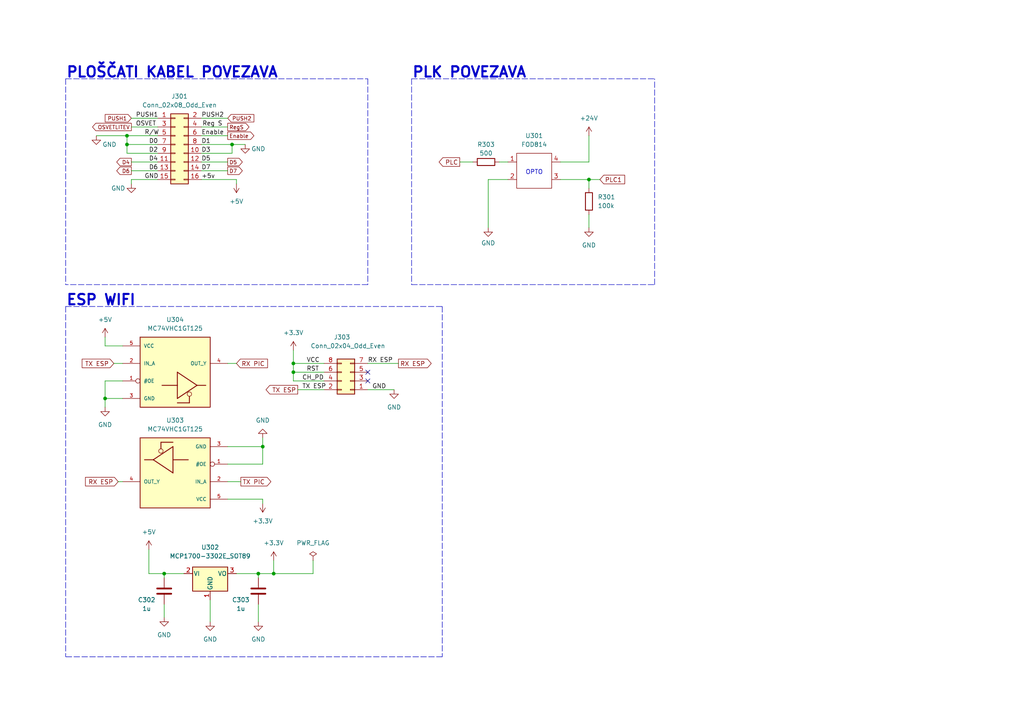
<source format=kicad_sch>
(kicad_sch (version 20211123) (generator eeschema)

  (uuid 0045610d-488e-436e-a512-22713679feac)

  (paper "A4")

  (title_block
    (title "RayCap Ventilacija")
    (date "2022-12-22")
    (rev "Ver 1")
    (company "Hidria")
  )

  (lib_symbols
    (symbol "Connector_Generic:Conn_02x04_Odd_Even" (pin_names (offset 1.016) hide) (in_bom yes) (on_board yes)
      (property "Reference" "J" (id 0) (at 1.27 5.08 0)
        (effects (font (size 1.27 1.27)))
      )
      (property "Value" "Conn_02x04_Odd_Even" (id 1) (at 1.27 -7.62 0)
        (effects (font (size 1.27 1.27)))
      )
      (property "Footprint" "" (id 2) (at 0 0 0)
        (effects (font (size 1.27 1.27)) hide)
      )
      (property "Datasheet" "~" (id 3) (at 0 0 0)
        (effects (font (size 1.27 1.27)) hide)
      )
      (property "ki_keywords" "connector" (id 4) (at 0 0 0)
        (effects (font (size 1.27 1.27)) hide)
      )
      (property "ki_description" "Generic connector, double row, 02x04, odd/even pin numbering scheme (row 1 odd numbers, row 2 even numbers), script generated (kicad-library-utils/schlib/autogen/connector/)" (id 5) (at 0 0 0)
        (effects (font (size 1.27 1.27)) hide)
      )
      (property "ki_fp_filters" "Connector*:*_2x??_*" (id 6) (at 0 0 0)
        (effects (font (size 1.27 1.27)) hide)
      )
      (symbol "Conn_02x04_Odd_Even_1_1"
        (rectangle (start -1.27 -4.953) (end 0 -5.207)
          (stroke (width 0.1524) (type default) (color 0 0 0 0))
          (fill (type none))
        )
        (rectangle (start -1.27 -2.413) (end 0 -2.667)
          (stroke (width 0.1524) (type default) (color 0 0 0 0))
          (fill (type none))
        )
        (rectangle (start -1.27 0.127) (end 0 -0.127)
          (stroke (width 0.1524) (type default) (color 0 0 0 0))
          (fill (type none))
        )
        (rectangle (start -1.27 2.667) (end 0 2.413)
          (stroke (width 0.1524) (type default) (color 0 0 0 0))
          (fill (type none))
        )
        (rectangle (start -1.27 3.81) (end 3.81 -6.35)
          (stroke (width 0.254) (type default) (color 0 0 0 0))
          (fill (type background))
        )
        (rectangle (start 3.81 -4.953) (end 2.54 -5.207)
          (stroke (width 0.1524) (type default) (color 0 0 0 0))
          (fill (type none))
        )
        (rectangle (start 3.81 -2.413) (end 2.54 -2.667)
          (stroke (width 0.1524) (type default) (color 0 0 0 0))
          (fill (type none))
        )
        (rectangle (start 3.81 0.127) (end 2.54 -0.127)
          (stroke (width 0.1524) (type default) (color 0 0 0 0))
          (fill (type none))
        )
        (rectangle (start 3.81 2.667) (end 2.54 2.413)
          (stroke (width 0.1524) (type default) (color 0 0 0 0))
          (fill (type none))
        )
        (pin passive line (at -5.08 2.54 0) (length 3.81)
          (name "Pin_1" (effects (font (size 1.27 1.27))))
          (number "1" (effects (font (size 1.27 1.27))))
        )
        (pin passive line (at 7.62 2.54 180) (length 3.81)
          (name "Pin_2" (effects (font (size 1.27 1.27))))
          (number "2" (effects (font (size 1.27 1.27))))
        )
        (pin passive line (at -5.08 0 0) (length 3.81)
          (name "Pin_3" (effects (font (size 1.27 1.27))))
          (number "3" (effects (font (size 1.27 1.27))))
        )
        (pin passive line (at 7.62 0 180) (length 3.81)
          (name "Pin_4" (effects (font (size 1.27 1.27))))
          (number "4" (effects (font (size 1.27 1.27))))
        )
        (pin passive line (at -5.08 -2.54 0) (length 3.81)
          (name "Pin_5" (effects (font (size 1.27 1.27))))
          (number "5" (effects (font (size 1.27 1.27))))
        )
        (pin passive line (at 7.62 -2.54 180) (length 3.81)
          (name "Pin_6" (effects (font (size 1.27 1.27))))
          (number "6" (effects (font (size 1.27 1.27))))
        )
        (pin passive line (at -5.08 -5.08 0) (length 3.81)
          (name "Pin_7" (effects (font (size 1.27 1.27))))
          (number "7" (effects (font (size 1.27 1.27))))
        )
        (pin passive line (at 7.62 -5.08 180) (length 3.81)
          (name "Pin_8" (effects (font (size 1.27 1.27))))
          (number "8" (effects (font (size 1.27 1.27))))
        )
      )
    )
    (symbol "Connector_Generic:Conn_02x08_Odd_Even" (pin_names (offset 1.016) hide) (in_bom yes) (on_board yes)
      (property "Reference" "J" (id 0) (at 1.27 10.16 0)
        (effects (font (size 1.27 1.27)))
      )
      (property "Value" "Conn_02x08_Odd_Even" (id 1) (at 1.27 -12.7 0)
        (effects (font (size 1.27 1.27)))
      )
      (property "Footprint" "" (id 2) (at 0 0 0)
        (effects (font (size 1.27 1.27)) hide)
      )
      (property "Datasheet" "~" (id 3) (at 0 0 0)
        (effects (font (size 1.27 1.27)) hide)
      )
      (property "ki_keywords" "connector" (id 4) (at 0 0 0)
        (effects (font (size 1.27 1.27)) hide)
      )
      (property "ki_description" "Generic connector, double row, 02x08, odd/even pin numbering scheme (row 1 odd numbers, row 2 even numbers), script generated (kicad-library-utils/schlib/autogen/connector/)" (id 5) (at 0 0 0)
        (effects (font (size 1.27 1.27)) hide)
      )
      (property "ki_fp_filters" "Connector*:*_2x??_*" (id 6) (at 0 0 0)
        (effects (font (size 1.27 1.27)) hide)
      )
      (symbol "Conn_02x08_Odd_Even_1_1"
        (rectangle (start -1.27 -10.033) (end 0 -10.287)
          (stroke (width 0.1524) (type default) (color 0 0 0 0))
          (fill (type none))
        )
        (rectangle (start -1.27 -7.493) (end 0 -7.747)
          (stroke (width 0.1524) (type default) (color 0 0 0 0))
          (fill (type none))
        )
        (rectangle (start -1.27 -4.953) (end 0 -5.207)
          (stroke (width 0.1524) (type default) (color 0 0 0 0))
          (fill (type none))
        )
        (rectangle (start -1.27 -2.413) (end 0 -2.667)
          (stroke (width 0.1524) (type default) (color 0 0 0 0))
          (fill (type none))
        )
        (rectangle (start -1.27 0.127) (end 0 -0.127)
          (stroke (width 0.1524) (type default) (color 0 0 0 0))
          (fill (type none))
        )
        (rectangle (start -1.27 2.667) (end 0 2.413)
          (stroke (width 0.1524) (type default) (color 0 0 0 0))
          (fill (type none))
        )
        (rectangle (start -1.27 5.207) (end 0 4.953)
          (stroke (width 0.1524) (type default) (color 0 0 0 0))
          (fill (type none))
        )
        (rectangle (start -1.27 7.747) (end 0 7.493)
          (stroke (width 0.1524) (type default) (color 0 0 0 0))
          (fill (type none))
        )
        (rectangle (start -1.27 8.89) (end 3.81 -11.43)
          (stroke (width 0.254) (type default) (color 0 0 0 0))
          (fill (type background))
        )
        (rectangle (start 3.81 -10.033) (end 2.54 -10.287)
          (stroke (width 0.1524) (type default) (color 0 0 0 0))
          (fill (type none))
        )
        (rectangle (start 3.81 -7.493) (end 2.54 -7.747)
          (stroke (width 0.1524) (type default) (color 0 0 0 0))
          (fill (type none))
        )
        (rectangle (start 3.81 -4.953) (end 2.54 -5.207)
          (stroke (width 0.1524) (type default) (color 0 0 0 0))
          (fill (type none))
        )
        (rectangle (start 3.81 -2.413) (end 2.54 -2.667)
          (stroke (width 0.1524) (type default) (color 0 0 0 0))
          (fill (type none))
        )
        (rectangle (start 3.81 0.127) (end 2.54 -0.127)
          (stroke (width 0.1524) (type default) (color 0 0 0 0))
          (fill (type none))
        )
        (rectangle (start 3.81 2.667) (end 2.54 2.413)
          (stroke (width 0.1524) (type default) (color 0 0 0 0))
          (fill (type none))
        )
        (rectangle (start 3.81 5.207) (end 2.54 4.953)
          (stroke (width 0.1524) (type default) (color 0 0 0 0))
          (fill (type none))
        )
        (rectangle (start 3.81 7.747) (end 2.54 7.493)
          (stroke (width 0.1524) (type default) (color 0 0 0 0))
          (fill (type none))
        )
        (pin passive line (at -5.08 7.62 0) (length 3.81)
          (name "Pin_1" (effects (font (size 1.27 1.27))))
          (number "1" (effects (font (size 1.27 1.27))))
        )
        (pin passive line (at 7.62 -2.54 180) (length 3.81)
          (name "Pin_10" (effects (font (size 1.27 1.27))))
          (number "10" (effects (font (size 1.27 1.27))))
        )
        (pin passive line (at -5.08 -5.08 0) (length 3.81)
          (name "Pin_11" (effects (font (size 1.27 1.27))))
          (number "11" (effects (font (size 1.27 1.27))))
        )
        (pin passive line (at 7.62 -5.08 180) (length 3.81)
          (name "Pin_12" (effects (font (size 1.27 1.27))))
          (number "12" (effects (font (size 1.27 1.27))))
        )
        (pin passive line (at -5.08 -7.62 0) (length 3.81)
          (name "Pin_13" (effects (font (size 1.27 1.27))))
          (number "13" (effects (font (size 1.27 1.27))))
        )
        (pin passive line (at 7.62 -7.62 180) (length 3.81)
          (name "Pin_14" (effects (font (size 1.27 1.27))))
          (number "14" (effects (font (size 1.27 1.27))))
        )
        (pin passive line (at -5.08 -10.16 0) (length 3.81)
          (name "Pin_15" (effects (font (size 1.27 1.27))))
          (number "15" (effects (font (size 1.27 1.27))))
        )
        (pin passive line (at 7.62 -10.16 180) (length 3.81)
          (name "Pin_16" (effects (font (size 1.27 1.27))))
          (number "16" (effects (font (size 1.27 1.27))))
        )
        (pin passive line (at 7.62 7.62 180) (length 3.81)
          (name "Pin_2" (effects (font (size 1.27 1.27))))
          (number "2" (effects (font (size 1.27 1.27))))
        )
        (pin passive line (at -5.08 5.08 0) (length 3.81)
          (name "Pin_3" (effects (font (size 1.27 1.27))))
          (number "3" (effects (font (size 1.27 1.27))))
        )
        (pin passive line (at 7.62 5.08 180) (length 3.81)
          (name "Pin_4" (effects (font (size 1.27 1.27))))
          (number "4" (effects (font (size 1.27 1.27))))
        )
        (pin passive line (at -5.08 2.54 0) (length 3.81)
          (name "Pin_5" (effects (font (size 1.27 1.27))))
          (number "5" (effects (font (size 1.27 1.27))))
        )
        (pin passive line (at 7.62 2.54 180) (length 3.81)
          (name "Pin_6" (effects (font (size 1.27 1.27))))
          (number "6" (effects (font (size 1.27 1.27))))
        )
        (pin passive line (at -5.08 0 0) (length 3.81)
          (name "Pin_7" (effects (font (size 1.27 1.27))))
          (number "7" (effects (font (size 1.27 1.27))))
        )
        (pin passive line (at 7.62 0 180) (length 3.81)
          (name "Pin_8" (effects (font (size 1.27 1.27))))
          (number "8" (effects (font (size 1.27 1.27))))
        )
        (pin passive line (at -5.08 -2.54 0) (length 3.81)
          (name "Pin_9" (effects (font (size 1.27 1.27))))
          (number "9" (effects (font (size 1.27 1.27))))
        )
      )
    )
    (symbol "Custom:FOD814" (in_bom yes) (on_board yes)
      (property "Reference" "U301" (id 0) (at -1.27 10.16 0)
        (effects (font (size 1.27 1.27)))
      )
      (property "Value" "FOD814" (id 1) (at -1.27 7.62 0)
        (effects (font (size 1.27 1.27)))
      )
      (property "Footprint" "KiCad:DIP762W60P254L460H440Q4N" (id 2) (at 0 -8.89 0)
        (effects (font (size 1.27 1.27)) hide)
      )
      (property "Datasheet" "" (id 3) (at 0 0 0)
        (effects (font (size 1.27 1.27)) hide)
      )
      (symbol "FOD814_0_1"
        (rectangle (start -6.35 5.08) (end 3.81 -5.08)
          (stroke (width 0) (type default) (color 0 0 0 0))
          (fill (type none))
        )
      )
      (symbol "FOD814_1_1"
        (pin input line (at -8.89 2.54 0) (length 2.54)
          (name "" (effects (font (size 1.27 1.27))))
          (number "1" (effects (font (size 1.27 1.27))))
        )
        (pin input line (at -8.89 -2.54 0) (length 2.54)
          (name "" (effects (font (size 1.27 1.27))))
          (number "2" (effects (font (size 1.27 1.27))))
        )
        (pin input line (at 6.35 -2.54 180) (length 2.54)
          (name "" (effects (font (size 1.27 1.27))))
          (number "3" (effects (font (size 1.27 1.27))))
        )
        (pin input line (at 6.35 2.54 180) (length 2.54)
          (name "" (effects (font (size 1.27 1.27))))
          (number "4" (effects (font (size 1.27 1.27))))
        )
      )
    )
    (symbol "Device:C" (pin_numbers hide) (pin_names (offset 0.254)) (in_bom yes) (on_board yes)
      (property "Reference" "C" (id 0) (at 0.635 2.54 0)
        (effects (font (size 1.27 1.27)) (justify left))
      )
      (property "Value" "C" (id 1) (at 0.635 -2.54 0)
        (effects (font (size 1.27 1.27)) (justify left))
      )
      (property "Footprint" "" (id 2) (at 0.9652 -3.81 0)
        (effects (font (size 1.27 1.27)) hide)
      )
      (property "Datasheet" "~" (id 3) (at 0 0 0)
        (effects (font (size 1.27 1.27)) hide)
      )
      (property "ki_keywords" "cap capacitor" (id 4) (at 0 0 0)
        (effects (font (size 1.27 1.27)) hide)
      )
      (property "ki_description" "Unpolarized capacitor" (id 5) (at 0 0 0)
        (effects (font (size 1.27 1.27)) hide)
      )
      (property "ki_fp_filters" "C_*" (id 6) (at 0 0 0)
        (effects (font (size 1.27 1.27)) hide)
      )
      (symbol "C_0_1"
        (polyline
          (pts
            (xy -2.032 -0.762)
            (xy 2.032 -0.762)
          )
          (stroke (width 0.508) (type default) (color 0 0 0 0))
          (fill (type none))
        )
        (polyline
          (pts
            (xy -2.032 0.762)
            (xy 2.032 0.762)
          )
          (stroke (width 0.508) (type default) (color 0 0 0 0))
          (fill (type none))
        )
      )
      (symbol "C_1_1"
        (pin passive line (at 0 3.81 270) (length 2.794)
          (name "~" (effects (font (size 1.27 1.27))))
          (number "1" (effects (font (size 1.27 1.27))))
        )
        (pin passive line (at 0 -3.81 90) (length 2.794)
          (name "~" (effects (font (size 1.27 1.27))))
          (number "2" (effects (font (size 1.27 1.27))))
        )
      )
    )
    (symbol "Device:R" (pin_numbers hide) (pin_names (offset 0)) (in_bom yes) (on_board yes)
      (property "Reference" "R" (id 0) (at 2.032 0 90)
        (effects (font (size 1.27 1.27)))
      )
      (property "Value" "R" (id 1) (at 0 0 90)
        (effects (font (size 1.27 1.27)))
      )
      (property "Footprint" "" (id 2) (at -1.778 0 90)
        (effects (font (size 1.27 1.27)) hide)
      )
      (property "Datasheet" "~" (id 3) (at 0 0 0)
        (effects (font (size 1.27 1.27)) hide)
      )
      (property "ki_keywords" "R res resistor" (id 4) (at 0 0 0)
        (effects (font (size 1.27 1.27)) hide)
      )
      (property "ki_description" "Resistor" (id 5) (at 0 0 0)
        (effects (font (size 1.27 1.27)) hide)
      )
      (property "ki_fp_filters" "R_*" (id 6) (at 0 0 0)
        (effects (font (size 1.27 1.27)) hide)
      )
      (symbol "R_0_1"
        (rectangle (start -1.016 -2.54) (end 1.016 2.54)
          (stroke (width 0.254) (type default) (color 0 0 0 0))
          (fill (type none))
        )
      )
      (symbol "R_1_1"
        (pin passive line (at 0 3.81 270) (length 1.27)
          (name "~" (effects (font (size 1.27 1.27))))
          (number "1" (effects (font (size 1.27 1.27))))
        )
        (pin passive line (at 0 -3.81 90) (length 1.27)
          (name "~" (effects (font (size 1.27 1.27))))
          (number "2" (effects (font (size 1.27 1.27))))
        )
      )
    )
    (symbol "MC74VHC1GT125:MC74VHC1GT125" (pin_names (offset 1.016)) (in_bom yes) (on_board yes)
      (property "Reference" "U" (id 0) (at -10.16 11.43 0)
        (effects (font (size 1.27 1.27)) (justify left bottom))
      )
      (property "Value" "MC74VHC1GT125" (id 1) (at -10.16 -12.7 0)
        (effects (font (size 1.27 1.27)) (justify left bottom))
      )
      (property "Footprint" "" (id 2) (at 0 0 0)
        (effects (font (size 1.27 1.27)) hide)
      )
      (property "Datasheet" "" (id 3) (at 0 0 0)
        (effects (font (size 1.27 1.27)) hide)
      )
      (symbol "MC74VHC1GT125_0_0"
        (rectangle (start -10.16 -10.16) (end 10.16 10.16)
          (stroke (width 0.254) (type default) (color 0 0 0 0))
          (fill (type background))
        )
        (polyline
          (pts
            (xy -3.81 -3.81)
            (xy 0.635 -3.81)
          )
          (stroke (width 0.254) (type default) (color 0 0 0 0))
          (fill (type none))
        )
        (polyline
          (pts
            (xy 0.635 -7.62)
            (xy 6.35 -3.81)
          )
          (stroke (width 0.254) (type default) (color 0 0 0 0))
          (fill (type none))
        )
        (polyline
          (pts
            (xy 0.635 -3.81)
            (xy 0.635 -7.62)
          )
          (stroke (width 0.254) (type default) (color 0 0 0 0))
          (fill (type none))
        )
        (polyline
          (pts
            (xy 0.635 0)
            (xy 0.635 -3.81)
          )
          (stroke (width 0.254) (type default) (color 0 0 0 0))
          (fill (type none))
        )
        (polyline
          (pts
            (xy 4.1275 -8.89)
            (xy 0.635 -8.89)
          )
          (stroke (width 0.254) (type default) (color 0 0 0 0))
          (fill (type none))
        )
        (polyline
          (pts
            (xy 4.1275 -6.985)
            (xy 4.1275 -8.89)
          )
          (stroke (width 0.254) (type default) (color 0 0 0 0))
          (fill (type none))
        )
        (polyline
          (pts
            (xy 6.35 -3.81)
            (xy 0.635 0)
          )
          (stroke (width 0.254) (type default) (color 0 0 0 0))
          (fill (type none))
        )
        (polyline
          (pts
            (xy 6.35 -3.81)
            (xy 8.89 -3.81)
          )
          (stroke (width 0.254) (type default) (color 0 0 0 0))
          (fill (type none))
        )
        (circle (center 4.1275 -6.35) (radius 0.635)
          (stroke (width 0) (type default) (color 0 0 0 0))
          (fill (type none))
        )
        (pin input inverted (at -15.24 -2.54 0) (length 5.08)
          (name "#OE" (effects (font (size 1.016 1.016))))
          (number "1" (effects (font (size 1.016 1.016))))
        )
        (pin bidirectional line (at -15.24 2.54 0) (length 5.08)
          (name "IN_A" (effects (font (size 1.016 1.016))))
          (number "2" (effects (font (size 1.016 1.016))))
        )
        (pin power_in line (at -15.24 -7.62 0) (length 5.08)
          (name "GND" (effects (font (size 1.016 1.016))))
          (number "3" (effects (font (size 1.016 1.016))))
        )
        (pin bidirectional line (at 15.24 2.54 180) (length 5.08)
          (name "OUT_Y" (effects (font (size 1.016 1.016))))
          (number "4" (effects (font (size 1.016 1.016))))
        )
        (pin power_in line (at -15.24 7.62 0) (length 5.08)
          (name "VCC" (effects (font (size 1.016 1.016))))
          (number "5" (effects (font (size 1.016 1.016))))
        )
      )
    )
    (symbol "Regulator_Linear:MCP1700-3302E_SOT89" (pin_names (offset 0.254)) (in_bom yes) (on_board yes)
      (property "Reference" "U" (id 0) (at -3.81 3.175 0)
        (effects (font (size 1.27 1.27)))
      )
      (property "Value" "MCP1700-3302E_SOT89" (id 1) (at 0 3.175 0)
        (effects (font (size 1.27 1.27)) (justify left))
      )
      (property "Footprint" "Package_TO_SOT_SMD:SOT-89-3" (id 2) (at 0 5.08 0)
        (effects (font (size 1.27 1.27)) hide)
      )
      (property "Datasheet" "http://ww1.microchip.com/downloads/en/DeviceDoc/20001826D.pdf" (id 3) (at 0 -1.27 0)
        (effects (font (size 1.27 1.27)) hide)
      )
      (property "ki_keywords" "regulator linear ldo" (id 4) (at 0 0 0)
        (effects (font (size 1.27 1.27)) hide)
      )
      (property "ki_description" "250mA Low Quiscent Current LDO, 3.3V output, SOT-89" (id 5) (at 0 0 0)
        (effects (font (size 1.27 1.27)) hide)
      )
      (property "ki_fp_filters" "SOT?89*" (id 6) (at 0 0 0)
        (effects (font (size 1.27 1.27)) hide)
      )
      (symbol "MCP1700-3302E_SOT89_0_1"
        (rectangle (start -5.08 -5.08) (end 5.08 1.905)
          (stroke (width 0.254) (type default) (color 0 0 0 0))
          (fill (type background))
        )
      )
      (symbol "MCP1700-3302E_SOT89_1_1"
        (pin power_in line (at 0 -7.62 90) (length 2.54)
          (name "GND" (effects (font (size 1.27 1.27))))
          (number "1" (effects (font (size 1.27 1.27))))
        )
        (pin power_in line (at -7.62 0 0) (length 2.54)
          (name "VI" (effects (font (size 1.27 1.27))))
          (number "2" (effects (font (size 1.27 1.27))))
        )
        (pin power_out line (at 7.62 0 180) (length 2.54)
          (name "VO" (effects (font (size 1.27 1.27))))
          (number "3" (effects (font (size 1.27 1.27))))
        )
      )
    )
    (symbol "power:+24V" (power) (pin_names (offset 0)) (in_bom yes) (on_board yes)
      (property "Reference" "#PWR" (id 0) (at 0 -3.81 0)
        (effects (font (size 1.27 1.27)) hide)
      )
      (property "Value" "+24V" (id 1) (at 0 3.556 0)
        (effects (font (size 1.27 1.27)))
      )
      (property "Footprint" "" (id 2) (at 0 0 0)
        (effects (font (size 1.27 1.27)) hide)
      )
      (property "Datasheet" "" (id 3) (at 0 0 0)
        (effects (font (size 1.27 1.27)) hide)
      )
      (property "ki_keywords" "power-flag" (id 4) (at 0 0 0)
        (effects (font (size 1.27 1.27)) hide)
      )
      (property "ki_description" "Power symbol creates a global label with name \"+24V\"" (id 5) (at 0 0 0)
        (effects (font (size 1.27 1.27)) hide)
      )
      (symbol "+24V_0_1"
        (polyline
          (pts
            (xy -0.762 1.27)
            (xy 0 2.54)
          )
          (stroke (width 0) (type default) (color 0 0 0 0))
          (fill (type none))
        )
        (polyline
          (pts
            (xy 0 0)
            (xy 0 2.54)
          )
          (stroke (width 0) (type default) (color 0 0 0 0))
          (fill (type none))
        )
        (polyline
          (pts
            (xy 0 2.54)
            (xy 0.762 1.27)
          )
          (stroke (width 0) (type default) (color 0 0 0 0))
          (fill (type none))
        )
      )
      (symbol "+24V_1_1"
        (pin power_in line (at 0 0 90) (length 0) hide
          (name "+24V" (effects (font (size 1.27 1.27))))
          (number "1" (effects (font (size 1.27 1.27))))
        )
      )
    )
    (symbol "power:+3.3V" (power) (pin_names (offset 0)) (in_bom yes) (on_board yes)
      (property "Reference" "#PWR" (id 0) (at 0 -3.81 0)
        (effects (font (size 1.27 1.27)) hide)
      )
      (property "Value" "+3.3V" (id 1) (at 0 3.556 0)
        (effects (font (size 1.27 1.27)))
      )
      (property "Footprint" "" (id 2) (at 0 0 0)
        (effects (font (size 1.27 1.27)) hide)
      )
      (property "Datasheet" "" (id 3) (at 0 0 0)
        (effects (font (size 1.27 1.27)) hide)
      )
      (property "ki_keywords" "power-flag" (id 4) (at 0 0 0)
        (effects (font (size 1.27 1.27)) hide)
      )
      (property "ki_description" "Power symbol creates a global label with name \"+3.3V\"" (id 5) (at 0 0 0)
        (effects (font (size 1.27 1.27)) hide)
      )
      (symbol "+3.3V_0_1"
        (polyline
          (pts
            (xy -0.762 1.27)
            (xy 0 2.54)
          )
          (stroke (width 0) (type default) (color 0 0 0 0))
          (fill (type none))
        )
        (polyline
          (pts
            (xy 0 0)
            (xy 0 2.54)
          )
          (stroke (width 0) (type default) (color 0 0 0 0))
          (fill (type none))
        )
        (polyline
          (pts
            (xy 0 2.54)
            (xy 0.762 1.27)
          )
          (stroke (width 0) (type default) (color 0 0 0 0))
          (fill (type none))
        )
      )
      (symbol "+3.3V_1_1"
        (pin power_in line (at 0 0 90) (length 0) hide
          (name "+3.3V" (effects (font (size 1.27 1.27))))
          (number "1" (effects (font (size 1.27 1.27))))
        )
      )
    )
    (symbol "power:+5V" (power) (pin_names (offset 0)) (in_bom yes) (on_board yes)
      (property "Reference" "#PWR" (id 0) (at 0 -3.81 0)
        (effects (font (size 1.27 1.27)) hide)
      )
      (property "Value" "+5V" (id 1) (at 0 3.556 0)
        (effects (font (size 1.27 1.27)))
      )
      (property "Footprint" "" (id 2) (at 0 0 0)
        (effects (font (size 1.27 1.27)) hide)
      )
      (property "Datasheet" "" (id 3) (at 0 0 0)
        (effects (font (size 1.27 1.27)) hide)
      )
      (property "ki_keywords" "power-flag" (id 4) (at 0 0 0)
        (effects (font (size 1.27 1.27)) hide)
      )
      (property "ki_description" "Power symbol creates a global label with name \"+5V\"" (id 5) (at 0 0 0)
        (effects (font (size 1.27 1.27)) hide)
      )
      (symbol "+5V_0_1"
        (polyline
          (pts
            (xy -0.762 1.27)
            (xy 0 2.54)
          )
          (stroke (width 0) (type default) (color 0 0 0 0))
          (fill (type none))
        )
        (polyline
          (pts
            (xy 0 0)
            (xy 0 2.54)
          )
          (stroke (width 0) (type default) (color 0 0 0 0))
          (fill (type none))
        )
        (polyline
          (pts
            (xy 0 2.54)
            (xy 0.762 1.27)
          )
          (stroke (width 0) (type default) (color 0 0 0 0))
          (fill (type none))
        )
      )
      (symbol "+5V_1_1"
        (pin power_in line (at 0 0 90) (length 0) hide
          (name "+5V" (effects (font (size 1.27 1.27))))
          (number "1" (effects (font (size 1.27 1.27))))
        )
      )
    )
    (symbol "power:GND" (power) (pin_names (offset 0)) (in_bom yes) (on_board yes)
      (property "Reference" "#PWR" (id 0) (at 0 -6.35 0)
        (effects (font (size 1.27 1.27)) hide)
      )
      (property "Value" "GND" (id 1) (at 0 -3.81 0)
        (effects (font (size 1.27 1.27)))
      )
      (property "Footprint" "" (id 2) (at 0 0 0)
        (effects (font (size 1.27 1.27)) hide)
      )
      (property "Datasheet" "" (id 3) (at 0 0 0)
        (effects (font (size 1.27 1.27)) hide)
      )
      (property "ki_keywords" "power-flag" (id 4) (at 0 0 0)
        (effects (font (size 1.27 1.27)) hide)
      )
      (property "ki_description" "Power symbol creates a global label with name \"GND\" , ground" (id 5) (at 0 0 0)
        (effects (font (size 1.27 1.27)) hide)
      )
      (symbol "GND_0_1"
        (polyline
          (pts
            (xy 0 0)
            (xy 0 -1.27)
            (xy 1.27 -1.27)
            (xy 0 -2.54)
            (xy -1.27 -1.27)
            (xy 0 -1.27)
          )
          (stroke (width 0) (type default) (color 0 0 0 0))
          (fill (type none))
        )
      )
      (symbol "GND_1_1"
        (pin power_in line (at 0 0 270) (length 0) hide
          (name "GND" (effects (font (size 1.27 1.27))))
          (number "1" (effects (font (size 1.27 1.27))))
        )
      )
    )
    (symbol "power:PWR_FLAG" (power) (pin_numbers hide) (pin_names (offset 0) hide) (in_bom yes) (on_board yes)
      (property "Reference" "#FLG" (id 0) (at 0 1.905 0)
        (effects (font (size 1.27 1.27)) hide)
      )
      (property "Value" "PWR_FLAG" (id 1) (at 0 3.81 0)
        (effects (font (size 1.27 1.27)))
      )
      (property "Footprint" "" (id 2) (at 0 0 0)
        (effects (font (size 1.27 1.27)) hide)
      )
      (property "Datasheet" "~" (id 3) (at 0 0 0)
        (effects (font (size 1.27 1.27)) hide)
      )
      (property "ki_keywords" "power-flag" (id 4) (at 0 0 0)
        (effects (font (size 1.27 1.27)) hide)
      )
      (property "ki_description" "Special symbol for telling ERC where power comes from" (id 5) (at 0 0 0)
        (effects (font (size 1.27 1.27)) hide)
      )
      (symbol "PWR_FLAG_0_0"
        (pin power_out line (at 0 0 90) (length 0)
          (name "pwr" (effects (font (size 1.27 1.27))))
          (number "1" (effects (font (size 1.27 1.27))))
        )
      )
      (symbol "PWR_FLAG_0_1"
        (polyline
          (pts
            (xy 0 0)
            (xy 0 1.27)
            (xy -1.016 1.905)
            (xy 0 2.54)
            (xy 1.016 1.905)
            (xy 0 1.27)
          )
          (stroke (width 0) (type default) (color 0 0 0 0))
          (fill (type none))
        )
      )
    )
  )

  (junction (at 67.31 41.91) (diameter 0) (color 0 0 0 0)
    (uuid 3ceb84f1-967d-4ead-8870-4733b8759bd5)
  )
  (junction (at 36.83 41.91) (diameter 0) (color 0 0 0 0)
    (uuid 54b61f6e-6812-42d4-b6d2-2e3bc3448f18)
  )
  (junction (at 170.815 52.07) (diameter 0) (color 0 0 0 0)
    (uuid 566a1b27-689b-489c-8b36-a9441add9379)
  )
  (junction (at 79.375 166.37) (diameter 0) (color 0 0 0 0)
    (uuid 97c68b93-d658-404e-bb6b-e786c8441731)
  )
  (junction (at 74.93 166.37) (diameter 0) (color 0 0 0 0)
    (uuid ba4ce50c-5f3f-4b0a-beb7-ca8ea8c20124)
  )
  (junction (at 85.09 105.41) (diameter 0) (color 0 0 0 0)
    (uuid bbf6d831-db6d-44bc-bf79-31e071678a50)
  )
  (junction (at 36.83 39.37) (diameter 0) (color 0 0 0 0)
    (uuid e057daf0-1868-44f4-84bb-fd9abfaddb67)
  )
  (junction (at 30.48 115.57) (diameter 0) (color 0 0 0 0)
    (uuid e0c08c54-fbc5-4b4d-95ee-db87f6d601b4)
  )
  (junction (at 76.2 129.54) (diameter 0) (color 0 0 0 0)
    (uuid e4141dc3-713d-43d8-80cb-c70cb7043d0a)
  )
  (junction (at 85.09 107.95) (diameter 0) (color 0 0 0 0)
    (uuid ecf5d6bc-d170-4da1-91fe-a8810fa4cb29)
  )
  (junction (at 47.625 166.37) (diameter 0) (color 0 0 0 0)
    (uuid eef19cb4-2714-475f-9cf3-b1424eca973a)
  )

  (no_connect (at 106.68 107.95) (uuid 55634c15-d492-4bc3-aa7f-7dfa48bca36a))
  (no_connect (at 106.68 110.49) (uuid c18012f6-e0c2-41f1-b1a4-885fe10acc61))

  (wire (pts (xy 144.78 46.99) (xy 147.32 46.99))
    (stroke (width 0) (type default) (color 0 0 0 0))
    (uuid 02e2991c-90f9-4202-a3f3-0993b1838e95)
  )
  (wire (pts (xy 33.02 105.41) (xy 35.56 105.41))
    (stroke (width 0) (type default) (color 0 0 0 0))
    (uuid 0358133b-d30a-44af-bfd8-f55a8c165e6a)
  )
  (wire (pts (xy 85.09 110.49) (xy 93.98 110.49))
    (stroke (width 0) (type default) (color 0 0 0 0))
    (uuid 057f8fb5-6bcd-4805-86dc-f60cf541eeaf)
  )
  (polyline (pts (xy 19.05 22.86) (xy 106.68 22.86))
    (stroke (width 0) (type default) (color 0 0 0 0))
    (uuid 07505d60-7caf-4547-a00d-4e718062f44c)
  )

  (wire (pts (xy 74.93 167.64) (xy 74.93 166.37))
    (stroke (width 0) (type default) (color 0 0 0 0))
    (uuid 08230e98-2bc7-43c0-b9a0-b3bd6a9528d7)
  )
  (wire (pts (xy 106.68 113.03) (xy 114.3 113.03))
    (stroke (width 0) (type default) (color 0 0 0 0))
    (uuid 0b0a7f5d-aa8e-412e-9b7b-a6d478b80734)
  )
  (wire (pts (xy 36.83 41.91) (xy 36.83 44.45))
    (stroke (width 0) (type default) (color 0 0 0 0))
    (uuid 0b4bd20b-83f0-411b-94b0-d8cbbd9fed33)
  )
  (wire (pts (xy 170.815 62.23) (xy 170.815 66.04))
    (stroke (width 0) (type default) (color 0 0 0 0))
    (uuid 0e6c0db3-fa8b-45dd-97cd-8b0ace501085)
  )
  (wire (pts (xy 38.1 36.83) (xy 45.72 36.83))
    (stroke (width 0) (type default) (color 0 0 0 0))
    (uuid 1530478f-2fe8-4d65-a7dd-e08646f7312f)
  )
  (wire (pts (xy 30.48 115.57) (xy 30.48 118.11))
    (stroke (width 0) (type default) (color 0 0 0 0))
    (uuid 16b5a877-c1eb-4ca3-baa2-dfee1f7b3d71)
  )
  (wire (pts (xy 58.42 34.29) (xy 66.04 34.29))
    (stroke (width 0) (type default) (color 0 0 0 0))
    (uuid 1a111886-e29e-4868-b52f-e1dd6cd52933)
  )
  (wire (pts (xy 36.83 39.37) (xy 36.83 41.91))
    (stroke (width 0) (type default) (color 0 0 0 0))
    (uuid 1c50b542-f4ad-4123-8e0c-80dae6f50e84)
  )
  (wire (pts (xy 47.625 175.26) (xy 47.625 179.07))
    (stroke (width 0) (type default) (color 0 0 0 0))
    (uuid 1d17420c-654a-4fa3-8ae1-64df3f639955)
  )
  (polyline (pts (xy 119.38 22.86) (xy 189.865 22.86))
    (stroke (width 0) (type default) (color 0 0 0 0))
    (uuid 25cf6f7a-348f-4845-b725-321f0fcba6cd)
  )

  (wire (pts (xy 60.96 173.99) (xy 60.96 180.34))
    (stroke (width 0) (type default) (color 0 0 0 0))
    (uuid 26e12576-d343-4e60-a5a2-ff34873dad0e)
  )
  (wire (pts (xy 35.56 110.49) (xy 30.48 110.49))
    (stroke (width 0) (type default) (color 0 0 0 0))
    (uuid 26e2b4f7-6f48-4552-974a-a5f9ee4cba59)
  )
  (wire (pts (xy 38.1 34.29) (xy 45.72 34.29))
    (stroke (width 0) (type default) (color 0 0 0 0))
    (uuid 2bb8964e-8658-4978-bfc8-98787f463c82)
  )
  (wire (pts (xy 66.04 134.62) (xy 76.2 134.62))
    (stroke (width 0) (type default) (color 0 0 0 0))
    (uuid 306beeb3-8b32-449f-881f-80db88c39695)
  )
  (polyline (pts (xy 189.865 82.55) (xy 189.865 22.86))
    (stroke (width 0) (type default) (color 0 0 0 0))
    (uuid 3378fd96-c59c-4c30-ae03-65f47ef5b449)
  )

  (wire (pts (xy 58.42 49.53) (xy 66.04 49.53))
    (stroke (width 0) (type default) (color 0 0 0 0))
    (uuid 3a19a619-e66e-4aaf-9f62-b64a8e3a8138)
  )
  (wire (pts (xy 85.09 107.95) (xy 85.09 110.49))
    (stroke (width 0) (type default) (color 0 0 0 0))
    (uuid 3a864cec-d394-4eff-bdd7-0902d9f1a0fb)
  )
  (wire (pts (xy 170.815 39.37) (xy 170.815 46.99))
    (stroke (width 0) (type default) (color 0 0 0 0))
    (uuid 4039140e-00ba-4c54-b806-1a5fa9ed8cb0)
  )
  (wire (pts (xy 74.93 166.37) (xy 79.375 166.37))
    (stroke (width 0) (type default) (color 0 0 0 0))
    (uuid 40e172dd-102f-4a49-b624-25195f2b3a10)
  )
  (wire (pts (xy 76.2 144.78) (xy 66.04 144.78))
    (stroke (width 0) (type default) (color 0 0 0 0))
    (uuid 43665809-b968-4080-94ea-5a1f718a6897)
  )
  (wire (pts (xy 170.815 52.07) (xy 170.815 54.61))
    (stroke (width 0) (type default) (color 0 0 0 0))
    (uuid 465de8e2-b21f-43ce-b19f-51a1faf38418)
  )
  (wire (pts (xy 66.04 105.41) (xy 68.58 105.41))
    (stroke (width 0) (type default) (color 0 0 0 0))
    (uuid 46c23c4e-0cdb-4835-8e94-ca005844c2a5)
  )
  (wire (pts (xy 38.1 46.99) (xy 45.72 46.99))
    (stroke (width 0) (type default) (color 0 0 0 0))
    (uuid 527be92d-bd3c-4c3b-b7dc-425d47b64e72)
  )
  (wire (pts (xy 43.18 159.385) (xy 43.18 166.37))
    (stroke (width 0) (type default) (color 0 0 0 0))
    (uuid 52b10fec-3983-476d-a33e-68f59ada149d)
  )
  (wire (pts (xy 43.18 166.37) (xy 47.625 166.37))
    (stroke (width 0) (type default) (color 0 0 0 0))
    (uuid 54317f1b-05f9-40c0-a5ad-e8f5f82903d0)
  )
  (wire (pts (xy 76.2 146.05) (xy 76.2 144.78))
    (stroke (width 0) (type default) (color 0 0 0 0))
    (uuid 5711da1a-b24a-4733-8f35-11c36305c600)
  )
  (wire (pts (xy 45.72 52.07) (xy 38.1 52.07))
    (stroke (width 0) (type default) (color 0 0 0 0))
    (uuid 5a16f76a-8bd7-445b-b4aa-9441e03e73ca)
  )
  (wire (pts (xy 85.09 107.95) (xy 93.98 107.95))
    (stroke (width 0) (type default) (color 0 0 0 0))
    (uuid 5f83ee8c-e2c3-455e-bd7b-fed2a0a24f98)
  )
  (polyline (pts (xy 106.68 82.55) (xy 19.05 82.55))
    (stroke (width 0) (type default) (color 0 0 0 0))
    (uuid 63b9173b-160d-431a-8863-3fc61084b432)
  )

  (wire (pts (xy 27.94 39.37) (xy 36.83 39.37))
    (stroke (width 0) (type default) (color 0 0 0 0))
    (uuid 645bb82c-24b0-4beb-9639-bdf560fb1ff9)
  )
  (wire (pts (xy 30.48 115.57) (xy 35.56 115.57))
    (stroke (width 0) (type default) (color 0 0 0 0))
    (uuid 6b47e363-b83a-442d-a5b6-2ede9ea24352)
  )
  (wire (pts (xy 85.09 105.41) (xy 85.09 107.95))
    (stroke (width 0) (type default) (color 0 0 0 0))
    (uuid 6daeab94-6e9b-4708-9186-5da2a9e6262b)
  )
  (polyline (pts (xy 128.27 88.9) (xy 128.27 190.5))
    (stroke (width 0) (type default) (color 0 0 0 0))
    (uuid 70c07227-310c-4255-86aa-c43b97bc4ef5)
  )

  (wire (pts (xy 58.42 44.45) (xy 67.31 44.45))
    (stroke (width 0) (type default) (color 0 0 0 0))
    (uuid 70ecc517-a42b-4c53-8c30-26e127e7cd89)
  )
  (wire (pts (xy 79.375 162.56) (xy 79.375 166.37))
    (stroke (width 0) (type default) (color 0 0 0 0))
    (uuid 7262c376-f629-4be4-a6a9-1625e39f5db6)
  )
  (wire (pts (xy 162.56 52.07) (xy 170.815 52.07))
    (stroke (width 0) (type default) (color 0 0 0 0))
    (uuid 7553caeb-9590-42c2-a09b-8d237c246233)
  )
  (wire (pts (xy 58.42 36.83) (xy 66.04 36.83))
    (stroke (width 0) (type default) (color 0 0 0 0))
    (uuid 79e238ab-5562-4415-a0e4-f9a18682e493)
  )
  (wire (pts (xy 36.83 41.91) (xy 45.72 41.91))
    (stroke (width 0) (type default) (color 0 0 0 0))
    (uuid 7d9bc333-f55f-4806-bbb2-603043ca21e6)
  )
  (wire (pts (xy 47.625 166.37) (xy 53.34 166.37))
    (stroke (width 0) (type default) (color 0 0 0 0))
    (uuid 80cdba79-f423-418a-bc74-861bdf6b97f0)
  )
  (polyline (pts (xy 19.05 88.9) (xy 128.27 88.9))
    (stroke (width 0) (type default) (color 0 0 0 0))
    (uuid 8510a34b-8963-4894-a46c-a14490d213e6)
  )

  (wire (pts (xy 69.85 139.7) (xy 66.04 139.7))
    (stroke (width 0) (type default) (color 0 0 0 0))
    (uuid 8915c811-71ee-4969-93df-5d95b4bffffd)
  )
  (wire (pts (xy 162.56 46.99) (xy 170.815 46.99))
    (stroke (width 0) (type default) (color 0 0 0 0))
    (uuid 8b267bde-ea30-4b40-85e7-f4f8b9775e82)
  )
  (wire (pts (xy 58.42 46.99) (xy 66.04 46.99))
    (stroke (width 0) (type default) (color 0 0 0 0))
    (uuid 8b949d50-b9c3-4b2f-8094-6ab7b97ebe8a)
  )
  (wire (pts (xy 85.09 101.6) (xy 85.09 105.41))
    (stroke (width 0) (type default) (color 0 0 0 0))
    (uuid 95451cdb-b6f5-4913-b338-f3ceed65815e)
  )
  (wire (pts (xy 74.93 175.26) (xy 74.93 180.34))
    (stroke (width 0) (type default) (color 0 0 0 0))
    (uuid 971ef256-6e43-4d37-947f-2f80cc348d66)
  )
  (wire (pts (xy 79.375 166.37) (xy 90.805 166.37))
    (stroke (width 0) (type default) (color 0 0 0 0))
    (uuid 9eaf1fd3-b9c2-4f8e-be76-02c1d73b3ca7)
  )
  (wire (pts (xy 36.83 44.45) (xy 45.72 44.45))
    (stroke (width 0) (type default) (color 0 0 0 0))
    (uuid a0fdd4f7-1284-4fed-a49e-4ea25075e8b0)
  )
  (polyline (pts (xy 119.38 82.55) (xy 189.865 82.55))
    (stroke (width 0) (type default) (color 0 0 0 0))
    (uuid a793e139-d3c2-4d90-b184-d6929515d966)
  )

  (wire (pts (xy 76.2 129.54) (xy 66.04 129.54))
    (stroke (width 0) (type default) (color 0 0 0 0))
    (uuid a8b0ec8c-cab0-4a5c-9a12-bff5f166d461)
  )
  (polyline (pts (xy 19.05 22.86) (xy 19.05 82.55))
    (stroke (width 0) (type default) (color 0 0 0 0))
    (uuid aab18721-b7b4-4d31-86e8-8ca4f55e0b13)
  )

  (wire (pts (xy 38.1 52.07) (xy 38.1 53.34))
    (stroke (width 0) (type default) (color 0 0 0 0))
    (uuid ab82516d-e55c-433a-b98a-bf73641dc39c)
  )
  (wire (pts (xy 106.68 105.41) (xy 115.57 105.41))
    (stroke (width 0) (type default) (color 0 0 0 0))
    (uuid af518250-af29-4172-8513-387ab6911e07)
  )
  (wire (pts (xy 58.42 52.07) (xy 68.58 52.07))
    (stroke (width 0) (type default) (color 0 0 0 0))
    (uuid b160d667-9bad-42ee-a414-b9f33269789b)
  )
  (wire (pts (xy 68.58 166.37) (xy 74.93 166.37))
    (stroke (width 0) (type default) (color 0 0 0 0))
    (uuid b41874e7-9124-4421-bdf8-0c5d2435ff65)
  )
  (wire (pts (xy 34.29 139.7) (xy 35.56 139.7))
    (stroke (width 0) (type default) (color 0 0 0 0))
    (uuid b4f36826-4e1b-491a-ac08-ce5e0c0fb182)
  )
  (wire (pts (xy 133.35 46.99) (xy 137.16 46.99))
    (stroke (width 0) (type default) (color 0 0 0 0))
    (uuid b557bb8b-4c9d-4ec5-a91f-1c0cbc991b33)
  )
  (wire (pts (xy 47.625 166.37) (xy 47.625 167.64))
    (stroke (width 0) (type default) (color 0 0 0 0))
    (uuid b6ff9810-b4ee-4ee9-b328-e4b06536b629)
  )
  (wire (pts (xy 76.2 127) (xy 76.2 129.54))
    (stroke (width 0) (type default) (color 0 0 0 0))
    (uuid b93f9661-caaf-47be-9432-003a72a5f90f)
  )
  (wire (pts (xy 90.805 162.56) (xy 90.805 166.37))
    (stroke (width 0) (type default) (color 0 0 0 0))
    (uuid baeb05ff-9eb5-40f6-84f2-8eaa6fbbe73a)
  )
  (wire (pts (xy 67.31 41.91) (xy 71.12 41.91))
    (stroke (width 0) (type default) (color 0 0 0 0))
    (uuid c779bfee-34a3-4dbe-92fc-40388b7a157b)
  )
  (polyline (pts (xy 106.68 22.86) (xy 106.68 82.55))
    (stroke (width 0) (type default) (color 0 0 0 0))
    (uuid c9c2006a-8e30-4ec8-88f4-21169b94657c)
  )

  (wire (pts (xy 38.1 49.53) (xy 45.72 49.53))
    (stroke (width 0) (type default) (color 0 0 0 0))
    (uuid c9fdb6cf-664f-46c3-8d20-bfdf725cb700)
  )
  (wire (pts (xy 141.605 52.07) (xy 141.605 66.04))
    (stroke (width 0) (type default) (color 0 0 0 0))
    (uuid cd54b21e-59d2-446b-84dd-356b7779130a)
  )
  (wire (pts (xy 68.58 52.07) (xy 68.58 53.34))
    (stroke (width 0) (type default) (color 0 0 0 0))
    (uuid ce44251c-e421-44b1-a7ba-00ebcbccc8e5)
  )
  (wire (pts (xy 67.31 44.45) (xy 67.31 41.91))
    (stroke (width 0) (type default) (color 0 0 0 0))
    (uuid d078e004-cf9e-42a9-bd42-baf8d68d09f2)
  )
  (wire (pts (xy 36.83 39.37) (xy 45.72 39.37))
    (stroke (width 0) (type default) (color 0 0 0 0))
    (uuid d2c99c32-d2ef-4e08-81e8-f6c41d99088f)
  )
  (wire (pts (xy 147.32 52.07) (xy 141.605 52.07))
    (stroke (width 0) (type default) (color 0 0 0 0))
    (uuid d8ec18e7-0c4e-4399-a76f-391bd604b8aa)
  )
  (polyline (pts (xy 119.38 22.86) (xy 119.38 82.55))
    (stroke (width 0) (type default) (color 0 0 0 0))
    (uuid dd24a8c6-89f1-47e2-be31-6c6ea56fa2b3)
  )
  (polyline (pts (xy 128.27 190.5) (xy 19.05 190.5))
    (stroke (width 0) (type default) (color 0 0 0 0))
    (uuid e0585008-0b9f-450a-9125-b1de38ab7e2e)
  )

  (wire (pts (xy 76.2 134.62) (xy 76.2 129.54))
    (stroke (width 0) (type default) (color 0 0 0 0))
    (uuid e4f76d40-7803-48d3-b8af-e2d08dc9031a)
  )
  (wire (pts (xy 30.48 100.33) (xy 35.56 100.33))
    (stroke (width 0) (type default) (color 0 0 0 0))
    (uuid e72c81de-d8ce-41cc-8a79-bcb400c0c368)
  )
  (wire (pts (xy 58.42 41.91) (xy 67.31 41.91))
    (stroke (width 0) (type default) (color 0 0 0 0))
    (uuid e9449ce3-1f8b-4893-a968-935f05088d89)
  )
  (wire (pts (xy 30.48 110.49) (xy 30.48 115.57))
    (stroke (width 0) (type default) (color 0 0 0 0))
    (uuid eca4c644-43e9-4ebb-99ef-1df7df82bb6c)
  )
  (wire (pts (xy 58.42 39.37) (xy 66.04 39.37))
    (stroke (width 0) (type default) (color 0 0 0 0))
    (uuid f64ebdb1-eab6-4d09-8799-545b55f5c698)
  )
  (polyline (pts (xy 19.05 88.9) (xy 19.05 190.5))
    (stroke (width 0) (type default) (color 0 0 0 0))
    (uuid f6656f88-2d27-48d3-a32c-71b738096e2d)
  )

  (wire (pts (xy 170.815 52.07) (xy 173.99 52.07))
    (stroke (width 0) (type default) (color 0 0 0 0))
    (uuid f67c0f1a-3491-47e9-843a-81977b6107b9)
  )
  (wire (pts (xy 86.36 113.03) (xy 93.98 113.03))
    (stroke (width 0) (type default) (color 0 0 0 0))
    (uuid fb627aca-f539-4495-9d9f-86b66b3183f1)
  )
  (wire (pts (xy 30.48 97.79) (xy 30.48 100.33))
    (stroke (width 0) (type default) (color 0 0 0 0))
    (uuid fba399d4-7b60-40da-b4c9-d0e4571b03a1)
  )
  (wire (pts (xy 85.09 105.41) (xy 93.98 105.41))
    (stroke (width 0) (type default) (color 0 0 0 0))
    (uuid ff14e2f5-b3c6-444b-bc3e-9ce1a5389eba)
  )

  (text "ESP WIFI" (at 19.05 88.9 0)
    (effects (font (size 3 3) (thickness 0.6) bold) (justify left bottom))
    (uuid 2beeca86-ea93-4db9-be41-1050da2aad12)
  )
  (text "PLK POVEZAVA\n" (at 119.38 22.86 0)
    (effects (font (size 3 3) (thickness 0.6) bold) (justify left bottom))
    (uuid 9d6c94b2-e9b6-4092-9be2-260c3ab7d047)
  )
  (text "OPTO\n" (at 152.4 50.8 0)
    (effects (font (size 1.27 1.27)) (justify left bottom))
    (uuid a6e92693-251b-4b90-badf-596991a8ad21)
  )
  (text "PLOŠČATI KABEL POVEZAVA" (at 19.05 22.86 0)
    (effects (font (size 3 3) (thickness 0.6) bold) (justify left bottom))
    (uuid ef12f1a6-61e4-43ad-9547-c2c771f93e28)
  )

  (label "RX ESP" (at 106.68 105.41 0)
    (effects (font (size 1.27 1.27)) (justify left bottom))
    (uuid 0009b936-963e-4572-b340-7560346ae1b9)
  )
  (label "PUSH1" (at 39.37 34.29 0)
    (effects (font (size 1.27 1.27)) (justify left bottom))
    (uuid 06f50516-402c-4e68-9730-29999eb30fb7)
  )
  (label "R{slash}W" (at 41.91 39.37 0)
    (effects (font (size 1.27 1.27)) (justify left bottom))
    (uuid 0d3ccdd3-1ffc-417e-8563-45f256fa3568)
  )
  (label "GND" (at 41.91 52.07 0)
    (effects (font (size 1.27 1.27)) (justify left bottom))
    (uuid 11dd9ebf-c5b8-4189-b3c2-faced6832814)
  )
  (label "D6" (at 43.18 49.53 0)
    (effects (font (size 1.27 1.27)) (justify left bottom))
    (uuid 37d642be-63ca-4949-9f05-ce1c56cc5bde)
  )
  (label "D1" (at 58.42 41.91 0)
    (effects (font (size 1.27 1.27)) (justify left bottom))
    (uuid 4a4cd568-2fdf-4bc4-b6a9-4f17bbe955b6)
  )
  (label "GND" (at 107.95 113.03 0)
    (effects (font (size 1.27 1.27)) (justify left bottom))
    (uuid 5b28902c-3929-4856-913f-aea80d2fe857)
  )
  (label "+5v" (at 58.42 52.07 0)
    (effects (font (size 1.27 1.27)) (justify left bottom))
    (uuid 61da21ea-3a8c-4a1e-8f72-2b881152758f)
  )
  (label "D5" (at 58.42 46.99 0)
    (effects (font (size 1.27 1.27)) (justify left bottom))
    (uuid 64bbcdcd-75d6-47cc-8afc-f0922ff8ac98)
  )
  (label "D4" (at 43.18 46.99 0)
    (effects (font (size 1.27 1.27)) (justify left bottom))
    (uuid 670f256d-57d0-4386-a410-4f3835a8d42b)
  )
  (label "D2" (at 43.1582 44.45 0)
    (effects (font (size 1.27 1.27)) (justify left bottom))
    (uuid 780c4ae1-315d-420b-8004-4fa3bf778642)
  )
  (label "D0" (at 43.18 41.91 0)
    (effects (font (size 1.27 1.27)) (justify left bottom))
    (uuid 8d9f7ff3-32c5-4d59-9217-f3e58596ea47)
  )
  (label "CH_PD" (at 87.63 110.49 0)
    (effects (font (size 1.27 1.27)) (justify left bottom))
    (uuid 957eea3e-eab1-499b-8901-3c5e5412eeb6)
  )
  (label "TX ESP" (at 87.63 113.03 0)
    (effects (font (size 1.27 1.27)) (justify left bottom))
    (uuid a7914bf0-d3b4-43f0-ad73-8eff27313e81)
  )
  (label "Enable" (at 58.42 39.37 0)
    (effects (font (size 1.27 1.27)) (justify left bottom))
    (uuid aa6aaa1c-81f6-448d-9626-0fa242e3d308)
  )
  (label "D7" (at 58.42 49.53 0)
    (effects (font (size 1.27 1.27)) (justify left bottom))
    (uuid b083c48b-d567-45fc-8d22-2dc5a969d034)
  )
  (label "OSVET" (at 39.37 36.83 0)
    (effects (font (size 1.27 1.27)) (justify left bottom))
    (uuid cc1354f2-432b-469c-9980-5fd23ce2ef26)
  )
  (label "D3" (at 58.42 44.45 0)
    (effects (font (size 1.27 1.27)) (justify left bottom))
    (uuid d0fc074c-7790-4a49-889c-75ec21d1858c)
  )
  (label "VCC" (at 88.9 105.41 0)
    (effects (font (size 1.27 1.27)) (justify left bottom))
    (uuid da65977e-6595-4dc3-8a36-730c3f2f241e)
  )
  (label "RST" (at 88.9 107.95 0)
    (effects (font (size 1.27 1.27)) (justify left bottom))
    (uuid f1fec4b3-ed4b-450a-b6d7-add4470d1aef)
  )
  (label "PUSH2" (at 58.42 34.29 0)
    (effects (font (size 1.27 1.27)) (justify left bottom))
    (uuid f21ffca0-70de-4c5e-a99a-a3a542f35426)
  )
  (label "Reg S" (at 58.6582 36.83 0)
    (effects (font (size 1.27 1.27)) (justify left bottom))
    (uuid ffcef7e9-9519-4724-8f91-7837f9009457)
  )

  (global_label "RegS" (shape output) (at 66.04 36.83 0) (fields_autoplaced)
    (effects (font (size 1.1 1.1)) (justify left))
    (uuid 02b9d4b4-3203-4a4f-bde0-0e7edd287966)
    (property "Intersheet References" "${INTERSHEET_REFS}" (id 0) (at 72.2157 36.7613 0)
      (effects (font (size 1.1 1.1)) (justify left) hide)
    )
  )
  (global_label "D7" (shape output) (at 66.04 49.53 0) (fields_autoplaced)
    (effects (font (size 1.1 1.1)) (justify left))
    (uuid 0f01a073-1757-4900-8a4e-d6fb554916e9)
    (property "Intersheet References" "${INTERSHEET_REFS}" (id 0) (at 70.2776 49.4613 0)
      (effects (font (size 1.1 1.1)) (justify left) hide)
    )
  )
  (global_label "Enable" (shape output) (at 66.04 39.37 0) (fields_autoplaced)
    (effects (font (size 1.1 1.1)) (justify left))
    (uuid 28fdc10a-6736-4d16-a08f-8032437d6999)
    (property "Intersheet References" "${INTERSHEET_REFS}" (id 0) (at 73.63 39.3013 0)
      (effects (font (size 1.1 1.1)) (justify left) hide)
    )
  )
  (global_label "TX PIC" (shape output) (at 69.85 139.7 0) (fields_autoplaced)
    (effects (font (size 1.27 1.27)) (justify left))
    (uuid 32e766f5-2d1a-45cf-bf07-93970cc0bcef)
    (property "Intersheet References" "${INTERSHEET_REFS}" (id 0) (at 78.5526 139.7794 0)
      (effects (font (size 1.27 1.27)) (justify left) hide)
    )
  )
  (global_label "OSVETLITEV" (shape output) (at 38.1 36.83 180) (fields_autoplaced)
    (effects (font (size 1.1 1.1)) (justify right))
    (uuid 3b7a966e-8c5c-493f-bcd2-a499e640eb8b)
    (property "Intersheet References" "${INTERSHEET_REFS}" (id 0) (at 26.8433 36.7613 0)
      (effects (font (size 1.1 1.1)) (justify right) hide)
    )
  )
  (global_label "PLC" (shape output) (at 133.35 46.99 180) (fields_autoplaced)
    (effects (font (size 1.27 1.27)) (justify right))
    (uuid 437a7ecf-0b60-43d5-bfe6-f9011ee5a445)
    (property "Intersheet References" "${INTERSHEET_REFS}" (id 0) (at 127.3688 46.9106 0)
      (effects (font (size 1.27 1.27)) (justify right) hide)
    )
  )
  (global_label "TX ESP" (shape output) (at 86.36 113.03 180) (fields_autoplaced)
    (effects (font (size 1.27 1.27)) (justify right))
    (uuid 59916d06-6d9f-4c98-9104-a58a35013847)
    (property "Intersheet References" "${INTERSHEET_REFS}" (id 0) (at 77.1736 112.9506 0)
      (effects (font (size 1.27 1.27)) (justify right) hide)
    )
  )
  (global_label "RX ESP" (shape output) (at 115.57 105.41 0) (fields_autoplaced)
    (effects (font (size 1.27 1.27)) (justify left))
    (uuid 6439a29e-0470-4a6a-ac16-513de7415ac0)
    (property "Intersheet References" "${INTERSHEET_REFS}" (id 0) (at 125.0588 105.4894 0)
      (effects (font (size 1.27 1.27)) (justify left) hide)
    )
  )
  (global_label "D4" (shape output) (at 38.1 46.99 180) (fields_autoplaced)
    (effects (font (size 1.1 1.1)) (justify right))
    (uuid 7cb118ed-1e1b-4101-9aca-23db739f59ed)
    (property "Intersheet References" "${INTERSHEET_REFS}" (id 0) (at 33.8624 46.9213 0)
      (effects (font (size 1.1 1.1)) (justify right) hide)
    )
  )
  (global_label "D5" (shape output) (at 66.04 46.99 0) (fields_autoplaced)
    (effects (font (size 1.1 1.1)) (justify left))
    (uuid 91e142c9-eb2e-4044-9acb-5362fd88b641)
    (property "Intersheet References" "${INTERSHEET_REFS}" (id 0) (at 70.2776 46.9213 0)
      (effects (font (size 1.1 1.1)) (justify left) hide)
    )
  )
  (global_label "PUSH2" (shape input) (at 66.04 34.29 0) (fields_autoplaced)
    (effects (font (size 1.1 1.1)) (justify left))
    (uuid 9448003f-4c2e-4f15-89bd-9546e6a47134)
    (property "Intersheet References" "${INTERSHEET_REFS}" (id 0) (at 73.63 34.2213 0)
      (effects (font (size 1.1 1.1)) (justify left) hide)
    )
  )
  (global_label "PLC1" (shape input) (at 173.99 52.07 0) (fields_autoplaced)
    (effects (font (size 1.27 1.27)) (justify left))
    (uuid 9e5e3bc4-84c8-4bb0-9e35-633ee0bde86f)
    (property "Intersheet References" "${INTERSHEET_REFS}" (id 0) (at 181.1807 51.9906 0)
      (effects (font (size 1.27 1.27)) (justify left) hide)
    )
  )
  (global_label "TX ESP" (shape input) (at 33.02 105.41 180) (fields_autoplaced)
    (effects (font (size 1.27 1.27)) (justify right))
    (uuid c1efd134-390f-4344-894b-a5c4a1ac9091)
    (property "Intersheet References" "${INTERSHEET_REFS}" (id 0) (at 23.8336 105.4894 0)
      (effects (font (size 1.27 1.27)) (justify right) hide)
    )
  )
  (global_label "D6" (shape output) (at 38.1 49.53 180) (fields_autoplaced)
    (effects (font (size 1.1 1.1)) (justify right))
    (uuid e5c0df7b-0b5e-4274-b335-ce955bce1ca4)
    (property "Intersheet References" "${INTERSHEET_REFS}" (id 0) (at 33.8624 49.4613 0)
      (effects (font (size 1.1 1.1)) (justify right) hide)
    )
  )
  (global_label "RX PIC" (shape input) (at 68.58 105.41 0) (fields_autoplaced)
    (effects (font (size 1.27 1.27)) (justify left))
    (uuid ecd535e1-beb4-4a14-bc16-f917e9f98997)
    (property "Intersheet References" "${INTERSHEET_REFS}" (id 0) (at 77.585 105.3306 0)
      (effects (font (size 1.27 1.27)) (justify left) hide)
    )
  )
  (global_label "PUSH1" (shape input) (at 38.1 34.29 180) (fields_autoplaced)
    (effects (font (size 1.1 1.1)) (justify right))
    (uuid f11ea0f6-7f76-40f7-97e4-9ad374d25233)
    (property "Intersheet References" "${INTERSHEET_REFS}" (id 0) (at 30.51 34.2213 0)
      (effects (font (size 1.1 1.1)) (justify right) hide)
    )
  )
  (global_label "RX ESP" (shape input) (at 34.29 139.7 180) (fields_autoplaced)
    (effects (font (size 1.27 1.27)) (justify right))
    (uuid f7a8a677-9549-4012-97ab-c214fa2a2207)
    (property "Intersheet References" "${INTERSHEET_REFS}" (id 0) (at 24.8012 139.6206 0)
      (effects (font (size 1.27 1.27)) (justify right) hide)
    )
  )

  (symbol (lib_id "power:GND") (at 170.815 66.04 0) (unit 1)
    (in_bom yes) (on_board yes) (fields_autoplaced)
    (uuid 0b158ad4-c81d-4579-a75c-35d56c0a4426)
    (property "Reference" "#PWR0315" (id 0) (at 170.815 72.39 0)
      (effects (font (size 1.27 1.27)) hide)
    )
    (property "Value" "GND" (id 1) (at 170.815 71.12 0))
    (property "Footprint" "" (id 2) (at 170.815 66.04 0)
      (effects (font (size 1.27 1.27)) hide)
    )
    (property "Datasheet" "" (id 3) (at 170.815 66.04 0)
      (effects (font (size 1.27 1.27)) hide)
    )
    (pin "1" (uuid 588bbd32-12bd-4837-876a-5056b21ec41a))
  )

  (symbol (lib_id "MC74VHC1GT125:MC74VHC1GT125") (at 50.8 137.16 180) (unit 1)
    (in_bom yes) (on_board yes)
    (uuid 12e34fe0-c81e-4634-80b3-c1fa9080a327)
    (property "Reference" "U303" (id 0) (at 50.8 121.92 0))
    (property "Value" "MC74VHC1GT125" (id 1) (at 50.8 124.46 0))
    (property "Footprint" "MC74VHC1GT125:SOT23-5" (id 2) (at 50.8 137.16 0)
      (effects (font (size 1.27 1.27)) hide)
    )
    (property "Datasheet" "" (id 3) (at 50.8 137.16 0)
      (effects (font (size 1.27 1.27)) hide)
    )
    (pin "1" (uuid 715bf525-a0eb-40d4-8e29-3ad301cc8e09))
    (pin "2" (uuid 78bf58e5-f350-4203-8d12-b171447d8783))
    (pin "3" (uuid 2a38c6e2-d0f4-4514-acfb-1f2da021a1db))
    (pin "4" (uuid 37aeab37-78ff-4137-ab70-f697dc39aab8))
    (pin "5" (uuid 7c30f33c-369c-42f8-be24-b974903eade8))
  )

  (symbol (lib_id "power:GND") (at 38.1 53.34 0) (unit 1)
    (in_bom yes) (on_board yes)
    (uuid 237fc89d-e995-4ded-953b-2bb5f92262b2)
    (property "Reference" "#PWR0102" (id 0) (at 38.1 59.69 0)
      (effects (font (size 1.27 1.27)) hide)
    )
    (property "Value" "GND" (id 1) (at 34.29 54.61 0))
    (property "Footprint" "" (id 2) (at 38.1 53.34 0)
      (effects (font (size 1.27 1.27)) hide)
    )
    (property "Datasheet" "" (id 3) (at 38.1 53.34 0)
      (effects (font (size 1.27 1.27)) hide)
    )
    (pin "1" (uuid 78f307f0-9d10-4a54-aae2-6fe199061227))
  )

  (symbol (lib_id "power:GND") (at 114.3 113.03 0) (unit 1)
    (in_bom yes) (on_board yes) (fields_autoplaced)
    (uuid 28b0792e-88f9-49ee-9e74-6844a3f0af30)
    (property "Reference" "#PWR0101" (id 0) (at 114.3 119.38 0)
      (effects (font (size 1.27 1.27)) hide)
    )
    (property "Value" "GND" (id 1) (at 114.3 118.11 0))
    (property "Footprint" "" (id 2) (at 114.3 113.03 0)
      (effects (font (size 1.27 1.27)) hide)
    )
    (property "Datasheet" "" (id 3) (at 114.3 113.03 0)
      (effects (font (size 1.27 1.27)) hide)
    )
    (pin "1" (uuid e9d217c2-7142-4792-b47a-a4f638a80fbc))
  )

  (symbol (lib_id "power:+3.3V") (at 85.09 101.6 0) (unit 1)
    (in_bom yes) (on_board yes) (fields_autoplaced)
    (uuid 34e3d3a5-9589-4208-93d4-d62eee627ee0)
    (property "Reference" "#PWR0308" (id 0) (at 85.09 105.41 0)
      (effects (font (size 1.27 1.27)) hide)
    )
    (property "Value" "+3.3V" (id 1) (at 85.09 96.52 0))
    (property "Footprint" "" (id 2) (at 85.09 101.6 0)
      (effects (font (size 1.27 1.27)) hide)
    )
    (property "Datasheet" "" (id 3) (at 85.09 101.6 0)
      (effects (font (size 1.27 1.27)) hide)
    )
    (pin "1" (uuid 7dbb5dd5-b315-45c4-b7f2-50a1e0fe857d))
  )

  (symbol (lib_id "power:+5V") (at 30.48 97.79 0) (unit 1)
    (in_bom yes) (on_board yes) (fields_autoplaced)
    (uuid 41269001-b193-4501-8358-3e1ff30f4a5a)
    (property "Reference" "#PWR0310" (id 0) (at 30.48 101.6 0)
      (effects (font (size 1.27 1.27)) hide)
    )
    (property "Value" "+5V" (id 1) (at 30.48 92.71 0))
    (property "Footprint" "" (id 2) (at 30.48 97.79 0)
      (effects (font (size 1.27 1.27)) hide)
    )
    (property "Datasheet" "" (id 3) (at 30.48 97.79 0)
      (effects (font (size 1.27 1.27)) hide)
    )
    (pin "1" (uuid be5bae16-6c80-4bb8-ac67-f37b4b7444d8))
  )

  (symbol (lib_id "power:GND") (at 141.605 66.04 0) (unit 1)
    (in_bom yes) (on_board yes)
    (uuid 44d9a340-66e1-4801-a6cc-e26962b12879)
    (property "Reference" "#PWR0134" (id 0) (at 141.605 72.39 0)
      (effects (font (size 1.27 1.27)) hide)
    )
    (property "Value" "GND" (id 1) (at 141.605 70.485 0))
    (property "Footprint" "" (id 2) (at 141.605 66.04 0)
      (effects (font (size 1.27 1.27)) hide)
    )
    (property "Datasheet" "" (id 3) (at 141.605 66.04 0)
      (effects (font (size 1.27 1.27)) hide)
    )
    (pin "1" (uuid 65501805-0792-4f68-a0a1-fd33f374b4f5))
  )

  (symbol (lib_id "power:GND") (at 47.625 179.07 0) (unit 1)
    (in_bom yes) (on_board yes) (fields_autoplaced)
    (uuid 46761f39-a796-4da8-946c-c23097868cb4)
    (property "Reference" "#PWR0304" (id 0) (at 47.625 185.42 0)
      (effects (font (size 1.27 1.27)) hide)
    )
    (property "Value" "GND" (id 1) (at 47.625 184.15 0))
    (property "Footprint" "" (id 2) (at 47.625 179.07 0)
      (effects (font (size 1.27 1.27)) hide)
    )
    (property "Datasheet" "" (id 3) (at 47.625 179.07 0)
      (effects (font (size 1.27 1.27)) hide)
    )
    (pin "1" (uuid 1e2a2cf1-86dc-44d8-95a7-f6ec8a92142d))
  )

  (symbol (lib_id "power:+3.3V") (at 76.2 146.05 180) (unit 1)
    (in_bom yes) (on_board yes) (fields_autoplaced)
    (uuid 4678c89b-c6e0-4462-98be-53e7d0a1c701)
    (property "Reference" "#PWR0302" (id 0) (at 76.2 142.24 0)
      (effects (font (size 1.27 1.27)) hide)
    )
    (property "Value" "+3.3V" (id 1) (at 76.2 151.13 0))
    (property "Footprint" "" (id 2) (at 76.2 146.05 0)
      (effects (font (size 1.27 1.27)) hide)
    )
    (property "Datasheet" "" (id 3) (at 76.2 146.05 0)
      (effects (font (size 1.27 1.27)) hide)
    )
    (pin "1" (uuid e701f06a-13a9-45b9-86e1-3afc106e71e7))
  )

  (symbol (lib_id "Device:R") (at 170.815 58.42 0) (unit 1)
    (in_bom yes) (on_board yes) (fields_autoplaced)
    (uuid 4d1c0b24-bdc5-4537-bcd9-fcc541d3de34)
    (property "Reference" "R301" (id 0) (at 173.355 57.1499 0)
      (effects (font (size 1.27 1.27)) (justify left))
    )
    (property "Value" "100k" (id 1) (at 173.355 59.6899 0)
      (effects (font (size 1.27 1.27)) (justify left))
    )
    (property "Footprint" "Resistor_SMD:R_1206_3216Metric_Pad1.30x1.75mm_HandSolder" (id 2) (at 169.037 58.42 90)
      (effects (font (size 1.27 1.27)) hide)
    )
    (property "Datasheet" "~" (id 3) (at 170.815 58.42 0)
      (effects (font (size 1.27 1.27)) hide)
    )
    (pin "1" (uuid 97905dd8-6eca-491d-86ee-42a099a5684e))
    (pin "2" (uuid b1c48875-64ef-4499-97af-c83db2508404))
  )

  (symbol (lib_id "MC74VHC1GT125:MC74VHC1GT125") (at 50.8 107.95 0) (unit 1)
    (in_bom yes) (on_board yes) (fields_autoplaced)
    (uuid 5453edd4-ee62-4bc1-8d88-8ae16d834750)
    (property "Reference" "U304" (id 0) (at 50.8 92.71 0))
    (property "Value" "MC74VHC1GT125" (id 1) (at 50.8 95.25 0))
    (property "Footprint" "MC74VHC1GT125:SOT23-5" (id 2) (at 50.8 107.95 0)
      (effects (font (size 1.27 1.27)) hide)
    )
    (property "Datasheet" "" (id 3) (at 50.8 107.95 0)
      (effects (font (size 1.27 1.27)) hide)
    )
    (pin "1" (uuid ef75935d-e134-45ef-b13a-ca731cd1d15e))
    (pin "2" (uuid 91059e5a-f284-4a13-b1aa-d19e47236f27))
    (pin "3" (uuid 793b537a-6524-4bbf-8e90-9d2925f8c291))
    (pin "4" (uuid 8f6c5dbf-5119-4216-af5d-ab7871dcd604))
    (pin "5" (uuid fb55919d-d9d3-4b32-9c64-cc67061da953))
  )

  (symbol (lib_id "Device:R") (at 140.97 46.99 90) (unit 1)
    (in_bom yes) (on_board yes)
    (uuid 5d3a3b27-7330-4ff0-a4f2-df4ee90576b7)
    (property "Reference" "R303" (id 0) (at 140.97 41.91 90))
    (property "Value" "500" (id 1) (at 140.97 44.45 90))
    (property "Footprint" "Resistor_SMD:R_1206_3216Metric_Pad1.30x1.75mm_HandSolder" (id 2) (at 140.97 48.768 90)
      (effects (font (size 1.27 1.27)) hide)
    )
    (property "Datasheet" "~" (id 3) (at 140.97 46.99 0)
      (effects (font (size 1.27 1.27)) hide)
    )
    (pin "1" (uuid ce7911e4-a133-4d00-9e9a-cdfb4df334dd))
    (pin "2" (uuid f2c55370-042c-47a4-88c2-cf3dcfe7d0f0))
  )

  (symbol (lib_id "Custom:FOD814") (at 156.21 49.53 0) (unit 1)
    (in_bom yes) (on_board yes) (fields_autoplaced)
    (uuid 7024098c-0f0d-4279-a8df-f7992876be82)
    (property "Reference" "U301" (id 0) (at 154.94 39.37 0))
    (property "Value" "FOD814" (id 1) (at 154.94 41.91 0))
    (property "Footprint" "DIP762W50P254L510H440Q4:DIP762W50P254L510H440Q4" (id 2) (at 156.21 58.42 0)
      (effects (font (size 1.27 1.27)) hide)
    )
    (property "Datasheet" "" (id 3) (at 156.21 49.53 0)
      (effects (font (size 1.27 1.27)) hide)
    )
    (pin "1" (uuid 01e5d916-4dd8-4d70-af7b-8177af808b33))
    (pin "2" (uuid c4957013-5f91-41a8-b92c-be54d50c66f9))
    (pin "3" (uuid 74cea60d-e4a7-40ca-b6f5-5435741033e1))
    (pin "4" (uuid 7df32615-a066-43fb-ae55-f5787f7f0621))
  )

  (symbol (lib_id "power:+5V") (at 68.58 53.34 180) (unit 1)
    (in_bom yes) (on_board yes) (fields_autoplaced)
    (uuid 778209f9-cf6a-4a59-9313-0d9e88f5587a)
    (property "Reference" "#PWR0312" (id 0) (at 68.58 49.53 0)
      (effects (font (size 1.27 1.27)) hide)
    )
    (property "Value" "+5V" (id 1) (at 68.58 58.42 0))
    (property "Footprint" "" (id 2) (at 68.58 53.34 0)
      (effects (font (size 1.27 1.27)) hide)
    )
    (property "Datasheet" "" (id 3) (at 68.58 53.34 0)
      (effects (font (size 1.27 1.27)) hide)
    )
    (pin "1" (uuid 37c7a090-15a2-43a4-8ef5-441c582260bd))
  )

  (symbol (lib_id "Device:C") (at 74.93 171.45 180) (unit 1)
    (in_bom yes) (on_board yes)
    (uuid 79fe5670-ef53-42ae-a5c9-08c8844b225f)
    (property "Reference" "C303" (id 0) (at 69.85 173.99 0))
    (property "Value" "1u" (id 1) (at 69.85 176.53 0))
    (property "Footprint" "Capacitor_SMD:C_1206_3216Metric_Pad1.33x1.80mm_HandSolder" (id 2) (at 73.9648 167.64 0)
      (effects (font (size 1.27 1.27)) hide)
    )
    (property "Datasheet" "~" (id 3) (at 74.93 171.45 0)
      (effects (font (size 1.27 1.27)) hide)
    )
    (pin "1" (uuid 1a0d7b16-fcb6-405a-96e6-c65c25ba2920))
    (pin "2" (uuid e142d926-9059-4f32-a0d9-da7bb7137c37))
  )

  (symbol (lib_id "power:GND") (at 74.93 180.34 0) (unit 1)
    (in_bom yes) (on_board yes) (fields_autoplaced)
    (uuid 7e38c9c9-17c8-4488-81e0-7ea3363d657b)
    (property "Reference" "#PWR0309" (id 0) (at 74.93 186.69 0)
      (effects (font (size 1.27 1.27)) hide)
    )
    (property "Value" "GND" (id 1) (at 74.93 185.42 0))
    (property "Footprint" "" (id 2) (at 74.93 180.34 0)
      (effects (font (size 1.27 1.27)) hide)
    )
    (property "Datasheet" "" (id 3) (at 74.93 180.34 0)
      (effects (font (size 1.27 1.27)) hide)
    )
    (pin "1" (uuid 225c0ab4-d644-4ad3-8671-a9900bf09ba9))
  )

  (symbol (lib_id "Connector_Generic:Conn_02x04_Odd_Even") (at 101.6 110.49 180) (unit 1)
    (in_bom yes) (on_board yes)
    (uuid 83a1b76d-4a74-4f34-b8dd-3c0dd696775c)
    (property "Reference" "J303" (id 0) (at 101.6 97.79 0)
      (effects (font (size 1.27 1.27)) (justify left))
    )
    (property "Value" "Conn_02x04_Odd_Even" (id 1) (at 111.76 100.33 0)
      (effects (font (size 1.27 1.27)) (justify left))
    )
    (property "Footprint" "Connector_PinSocket_2.54mm:PinSocket_2x04_P2.54mm_Vertical" (id 2) (at 101.6 110.49 0)
      (effects (font (size 1.27 1.27)) hide)
    )
    (property "Datasheet" "~" (id 3) (at 101.6 110.49 0)
      (effects (font (size 1.27 1.27)) hide)
    )
    (pin "1" (uuid 62ca421f-e713-475b-8494-f396127dbef2))
    (pin "2" (uuid 95248859-c53e-461f-81ce-a9a64db00868))
    (pin "3" (uuid f6df0753-b29c-401d-9e86-75232ef5c80c))
    (pin "4" (uuid fa43445c-7831-492f-aea2-1adba41c07ed))
    (pin "5" (uuid b4bdae44-1569-4681-8d9f-6fdaacb23920))
    (pin "6" (uuid ad43499e-1a79-4d53-9c4d-c1f13acef28e))
    (pin "7" (uuid e4dab923-4331-4397-9809-206bb8318c49))
    (pin "8" (uuid f058d4ca-b7bd-4c01-b6e7-22ae12e24057))
  )

  (symbol (lib_id "Regulator_Linear:MCP1700-3302E_SOT89") (at 60.96 166.37 0) (unit 1)
    (in_bom yes) (on_board yes) (fields_autoplaced)
    (uuid 903d49bd-5f1d-4d04-b504-0a913fa862ad)
    (property "Reference" "U302" (id 0) (at 60.96 158.75 0))
    (property "Value" "MCP1700-3302E_SOT89" (id 1) (at 60.96 161.29 0))
    (property "Footprint" "Package_TO_SOT_SMD:SOT-89-3_Handsoldering" (id 2) (at 60.96 161.29 0)
      (effects (font (size 1.27 1.27)) hide)
    )
    (property "Datasheet" "http://ww1.microchip.com/downloads/en/DeviceDoc/20001826D.pdf" (id 3) (at 60.96 167.64 0)
      (effects (font (size 1.27 1.27)) hide)
    )
    (pin "1" (uuid db8bbec5-36b8-4b73-af70-8a3fa125e5ce))
    (pin "2" (uuid 2cd50826-765f-4d8c-8d93-7c27e029f591))
    (pin "3" (uuid 125f810d-8d85-4e4c-bc28-7cbb336a47f7))
  )

  (symbol (lib_id "power:GND") (at 60.96 180.34 0) (unit 1)
    (in_bom yes) (on_board yes) (fields_autoplaced)
    (uuid a1f7a441-f738-4a2f-b8f8-2c64eff1009c)
    (property "Reference" "#PWR0305" (id 0) (at 60.96 186.69 0)
      (effects (font (size 1.27 1.27)) hide)
    )
    (property "Value" "GND" (id 1) (at 60.96 185.42 0))
    (property "Footprint" "" (id 2) (at 60.96 180.34 0)
      (effects (font (size 1.27 1.27)) hide)
    )
    (property "Datasheet" "" (id 3) (at 60.96 180.34 0)
      (effects (font (size 1.27 1.27)) hide)
    )
    (pin "1" (uuid 324fdcc6-259f-45d0-ba19-7905835af279))
  )

  (symbol (lib_id "power:+24V") (at 170.815 39.37 0) (unit 1)
    (in_bom yes) (on_board yes) (fields_autoplaced)
    (uuid c65d17b3-4c67-4ffd-b474-3d6e458ea1b5)
    (property "Reference" "#PWR0306" (id 0) (at 170.815 43.18 0)
      (effects (font (size 1.27 1.27)) hide)
    )
    (property "Value" "+24V" (id 1) (at 170.815 34.29 0))
    (property "Footprint" "" (id 2) (at 170.815 39.37 0)
      (effects (font (size 1.27 1.27)) hide)
    )
    (property "Datasheet" "" (id 3) (at 170.815 39.37 0)
      (effects (font (size 1.27 1.27)) hide)
    )
    (pin "1" (uuid 7ca2ed96-4c3c-4df3-aa34-020f4d8bfff2))
  )

  (symbol (lib_id "power:GND") (at 76.2 127 180) (unit 1)
    (in_bom yes) (on_board yes) (fields_autoplaced)
    (uuid cd5fd21a-4788-4aa8-b9fe-2632b2f42445)
    (property "Reference" "#PWR0303" (id 0) (at 76.2 120.65 0)
      (effects (font (size 1.27 1.27)) hide)
    )
    (property "Value" "GND" (id 1) (at 76.2 121.92 0))
    (property "Footprint" "" (id 2) (at 76.2 127 0)
      (effects (font (size 1.27 1.27)) hide)
    )
    (property "Datasheet" "" (id 3) (at 76.2 127 0)
      (effects (font (size 1.27 1.27)) hide)
    )
    (pin "1" (uuid 1da4b5ff-8a73-48b0-91a8-aa7718f872d5))
  )

  (symbol (lib_id "power:GND") (at 27.94 39.37 0) (unit 1)
    (in_bom yes) (on_board yes)
    (uuid d80a63a7-c1ed-4dfa-93f9-3ded9a3e4b0c)
    (property "Reference" "#PWR0311" (id 0) (at 27.94 45.72 0)
      (effects (font (size 1.27 1.27)) hide)
    )
    (property "Value" "GND" (id 1) (at 31.75 41.91 0))
    (property "Footprint" "" (id 2) (at 27.94 39.37 0)
      (effects (font (size 1.27 1.27)) hide)
    )
    (property "Datasheet" "" (id 3) (at 27.94 39.37 0)
      (effects (font (size 1.27 1.27)) hide)
    )
    (pin "1" (uuid c0c65657-165d-47cd-a1bc-8c5acf3dfbbc))
  )

  (symbol (lib_id "power:PWR_FLAG") (at 90.805 162.56 0) (unit 1)
    (in_bom yes) (on_board yes) (fields_autoplaced)
    (uuid da54e351-e043-49f9-8e92-443a089dd156)
    (property "Reference" "#FLG0301" (id 0) (at 90.805 160.655 0)
      (effects (font (size 1.27 1.27)) hide)
    )
    (property "Value" "PWR_FLAG" (id 1) (at 90.805 157.48 0))
    (property "Footprint" "" (id 2) (at 90.805 162.56 0)
      (effects (font (size 1.27 1.27)) hide)
    )
    (property "Datasheet" "~" (id 3) (at 90.805 162.56 0)
      (effects (font (size 1.27 1.27)) hide)
    )
    (pin "1" (uuid 47d03dab-c92c-4483-8475-57a21859c02a))
  )

  (symbol (lib_id "power:GND") (at 30.48 118.11 0) (unit 1)
    (in_bom yes) (on_board yes) (fields_autoplaced)
    (uuid dce41528-7918-4b12-8580-684d72258204)
    (property "Reference" "#PWR0313" (id 0) (at 30.48 124.46 0)
      (effects (font (size 1.27 1.27)) hide)
    )
    (property "Value" "GND" (id 1) (at 30.48 123.19 0))
    (property "Footprint" "" (id 2) (at 30.48 118.11 0)
      (effects (font (size 1.27 1.27)) hide)
    )
    (property "Datasheet" "" (id 3) (at 30.48 118.11 0)
      (effects (font (size 1.27 1.27)) hide)
    )
    (pin "1" (uuid 5166fa82-b36a-4ffd-8721-a3f8c67f7096))
  )

  (symbol (lib_id "Device:C") (at 47.625 171.45 180) (unit 1)
    (in_bom yes) (on_board yes)
    (uuid e423b080-2042-4afb-99ad-311f7dd6acb5)
    (property "Reference" "C302" (id 0) (at 42.545 173.99 0))
    (property "Value" "1u" (id 1) (at 42.545 176.53 0))
    (property "Footprint" "Capacitor_SMD:C_1206_3216Metric_Pad1.33x1.80mm_HandSolder" (id 2) (at 46.6598 167.64 0)
      (effects (font (size 1.27 1.27)) hide)
    )
    (property "Datasheet" "~" (id 3) (at 47.625 171.45 0)
      (effects (font (size 1.27 1.27)) hide)
    )
    (pin "1" (uuid a1f50977-2398-48bb-b109-15c41363455a))
    (pin "2" (uuid 91ed906b-146f-4114-8f48-2fcde16de51f))
  )

  (symbol (lib_id "power:GND") (at 71.12 41.91 0) (unit 1)
    (in_bom yes) (on_board yes)
    (uuid e6f3d4d1-ca8e-4a98-931e-12fcb3ea2d93)
    (property "Reference" "#PWR0314" (id 0) (at 71.12 48.26 0)
      (effects (font (size 1.27 1.27)) hide)
    )
    (property "Value" "GND" (id 1) (at 74.93 43.18 0))
    (property "Footprint" "" (id 2) (at 71.12 41.91 0)
      (effects (font (size 1.27 1.27)) hide)
    )
    (property "Datasheet" "" (id 3) (at 71.12 41.91 0)
      (effects (font (size 1.27 1.27)) hide)
    )
    (pin "1" (uuid 491f2084-10fb-4a8b-8732-70e271e5b215))
  )

  (symbol (lib_id "power:+3.3V") (at 79.375 162.56 0) (unit 1)
    (in_bom yes) (on_board yes) (fields_autoplaced)
    (uuid ef3c5bce-d84c-4a31-bba2-9209a561745f)
    (property "Reference" "#PWR0307" (id 0) (at 79.375 166.37 0)
      (effects (font (size 1.27 1.27)) hide)
    )
    (property "Value" "+3.3V" (id 1) (at 79.375 157.48 0))
    (property "Footprint" "" (id 2) (at 79.375 162.56 0)
      (effects (font (size 1.27 1.27)) hide)
    )
    (property "Datasheet" "" (id 3) (at 79.375 162.56 0)
      (effects (font (size 1.27 1.27)) hide)
    )
    (pin "1" (uuid 0678ea5c-23b8-4fa3-80b4-9b2aa56cf133))
  )

  (symbol (lib_id "Connector_Generic:Conn_02x08_Odd_Even") (at 50.8 41.91 0) (unit 1)
    (in_bom yes) (on_board yes) (fields_autoplaced)
    (uuid efbbdd03-bcda-497f-ad7f-d92ea0f2e523)
    (property "Reference" "J301" (id 0) (at 52.07 27.94 0))
    (property "Value" "Conn_02x08_Odd_Even" (id 1) (at 52.07 30.48 0))
    (property "Footprint" "Connector_PinSocket_2.54mm:PinSocket_2x08_P2.54mm_Vertical" (id 2) (at 50.8 41.91 0)
      (effects (font (size 1.27 1.27)) hide)
    )
    (property "Datasheet" "~" (id 3) (at 50.8 41.91 0)
      (effects (font (size 1.27 1.27)) hide)
    )
    (pin "1" (uuid 41bca77e-af6e-498f-952c-b2c96998bfea))
    (pin "10" (uuid 6e497890-2220-4d4d-83f0-528a5e01b3f5))
    (pin "11" (uuid 6c97c99d-c2be-41a3-900c-d13ee4d62986))
    (pin "12" (uuid d2f47bf5-2430-4d30-9b8f-80f3639ac6ac))
    (pin "13" (uuid c4b07442-3d48-4ae9-9b32-6332bde6906a))
    (pin "14" (uuid 3307d50b-042f-43a4-9cd7-cf38e621aa7c))
    (pin "15" (uuid 50e78d4b-1028-4af4-a712-2df517fc34b4))
    (pin "16" (uuid 3516f193-7afe-4714-8a4f-d503f095c900))
    (pin "2" (uuid c930ff73-daa9-488c-8c63-f538a012d582))
    (pin "3" (uuid b0d2dc2f-d76a-41b9-a7ce-e7e9e8f80946))
    (pin "4" (uuid 8035b119-babe-47b5-927f-f2f6b45aeeb3))
    (pin "5" (uuid c5de1361-c6c9-4338-8a24-29202f85d1d9))
    (pin "6" (uuid 918967f8-d29d-4cbb-aa65-09db61ee8533))
    (pin "7" (uuid a82cb67e-6ec9-4dd8-9e25-fd6a3bd73bde))
    (pin "8" (uuid 29664f93-c639-41c6-aae7-32627ab61f9d))
    (pin "9" (uuid 54c88427-80c6-467e-bae4-a3acc4946874))
  )

  (symbol (lib_id "power:+5V") (at 43.18 159.385 0) (unit 1)
    (in_bom yes) (on_board yes) (fields_autoplaced)
    (uuid fc46254b-bd95-422c-acc1-9283d2ff4a68)
    (property "Reference" "#PWR0301" (id 0) (at 43.18 163.195 0)
      (effects (font (size 1.27 1.27)) hide)
    )
    (property "Value" "+5V" (id 1) (at 43.18 154.305 0))
    (property "Footprint" "" (id 2) (at 43.18 159.385 0)
      (effects (font (size 1.27 1.27)) hide)
    )
    (property "Datasheet" "" (id 3) (at 43.18 159.385 0)
      (effects (font (size 1.27 1.27)) hide)
    )
    (pin "1" (uuid 927c2e88-5c87-465b-bc91-fc323cfc5fb1))
  )
)

</source>
